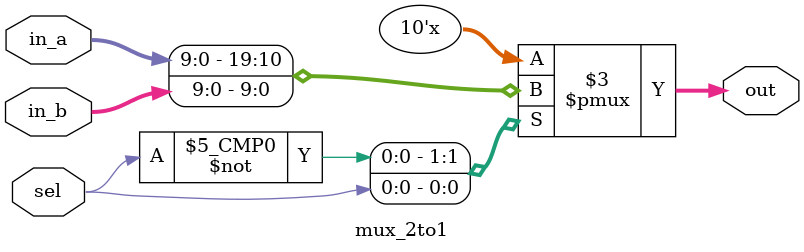
<source format=v>
`timescale 1ps / 1ps

module mux_2to1(in_a,in_b,sel,out);

parameter bus_size = 10;

input [bus_size-1:0]in_a;
input [bus_size-1:0]in_b;
input sel;
output reg [bus_size-1:0]out;

initial out = 0;

always@(sel,in_a,in_b)
begin
	case (sel)
	2'b0: out <= in_a;	
	2'b1: out <= in_b;
	endcase
end

endmodule

</source>
